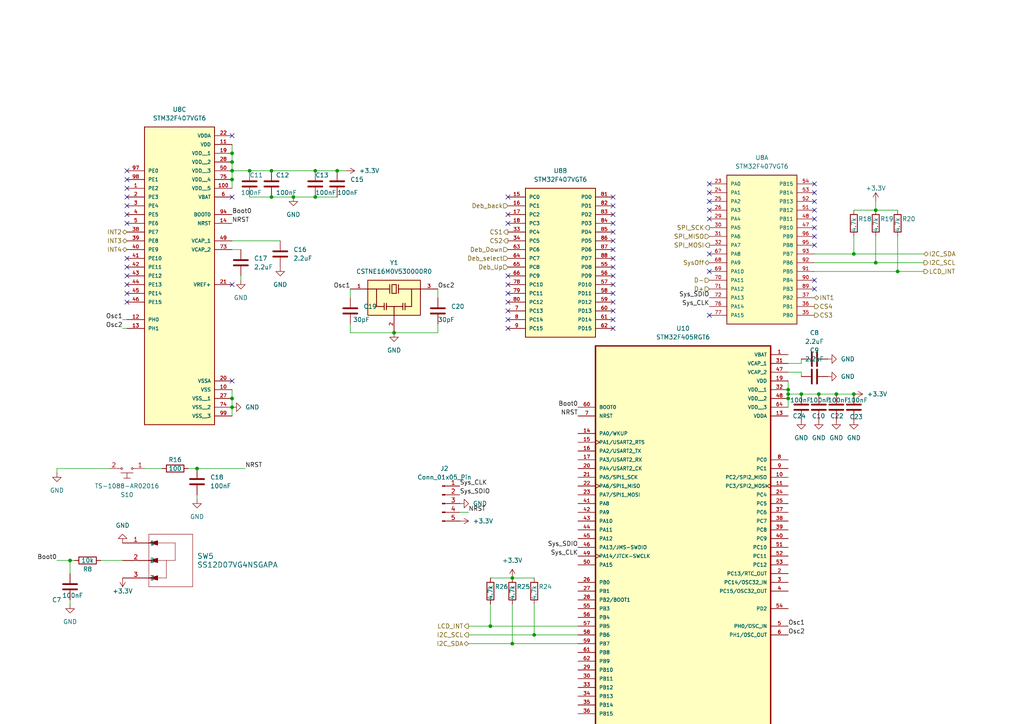
<source format=kicad_sch>
(kicad_sch (version 20231120) (generator "eeschema") (generator_version "8.0")
  (paper "A4")
  (lib_symbols
    (symbol "+3.3V_1" (power) (pin_numbers hide) (pin_names (offset 0) hide)
      (property "Value" "+3.3V" (at 0 3.556 0))
      (symbol "+3.3V_1_0_1"
        (polyline (pts (xy -0.762 1.27) (xy 0 2.54)))
        (polyline (pts (xy 0 0) (xy 0 2.54)))
        (polyline (pts (xy 0 2.54) (xy 0.762 1.27)))
      )
      (symbol "+3.3V_1_1_1"
        (pin power_in line (at 0 0 90) (length 0) (name "~") (number "1"))
      )
    )
    (symbol "+3.3V_2" (power) (pin_numbers hide) (pin_names (offset 0) hide)
      (property "Value" "+3.3V" (at 0 3.556 0))
      (symbol "+3.3V_2_0_1"
        (polyline (pts (xy -0.762 1.27) (xy 0 2.54)))
        (polyline (pts (xy 0 0) (xy 0 2.54)))
        (polyline (pts (xy 0 2.54) (xy 0.762 1.27)))
      )
      (symbol "+3.3V_2_1_1"
        (pin power_in line (at 0 0 90) (length 0) (name "~") (number "1"))
      )
    )
    (symbol "+3.3V_3" (power) (pin_numbers hide) (pin_names (offset 0) hide)
      (property "Value" "+3.3V" (at 0 3.556 0))
      (symbol "+3.3V_3_0_1"
        (polyline (pts (xy -0.762 1.27) (xy 0 2.54)))
        (polyline (pts (xy 0 0) (xy 0 2.54)))
        (polyline (pts (xy 0 2.54) (xy 0.762 1.27)))
      )
      (symbol "+3.3V_3_1_1"
        (pin power_in line (at 0 0 90) (length 0) (name "~") (number "1"))
      )
    )
    (symbol "2024-05-28_19-32-11:SS12D07VG4NSGAPA" (pin_names (offset 0.254))
      (property "Reference" "SW" (at 15.24 7.62 0))
      (property "Value" "SS12D07VG4NSGAPA" (at 20.32 5.08 0))
      (symbol "SS12D07VG4NSGAPA_0_1"
        (polyline (pts (xy 7.62 -12.7) (xy 20.32 -12.7)) (stroke (width 0.127)))
        (polyline (pts (xy 7.62 -10.16) (xy 10.16 -9.525)) (stroke (width 0.127)))
        (polyline (pts (xy 7.62 -5.08) (xy 10.16 -4.445)) (stroke (width 0.127)))
        (polyline (pts (xy 7.62 -5.08) (xy 15.24 -5.08)) (stroke (width 0.127)))
        (polyline (pts (xy 7.62 0) (xy 10.16 0.635)) (stroke (width 0.127)))
        (polyline (pts (xy 7.62 0) (xy 15.24 0)) (stroke (width 0.127)))
        (polyline (pts (xy 7.62 2.54) (xy 7.62 -12.7)) (stroke (width 0.127)))
        (polyline (pts (xy 10.16 -10.795) (xy 7.62 -10.16)) (stroke (width 0.127)))
        (polyline (pts (xy 10.16 -9.525) (xy 10.16 -10.795)) (stroke (width 0.127)))
        (polyline (pts (xy 10.16 -5.715) (xy 7.62 -5.08)) (stroke (width 0.127)))
        (polyline (pts (xy 10.16 -4.445) (xy 10.16 -5.715)) (stroke (width 0.127)))
        (polyline (pts (xy 10.16 -0.635) (xy 7.62 0)) (stroke (width 0.127)))
        (polyline (pts (xy 10.16 0.635) (xy 10.16 -0.635)) (stroke (width 0.127)))
        (polyline (pts (xy 12.7 -10.16) (xy 7.62 -10.16)) (stroke (width 0.127)))
        (polyline (pts (xy 12.7 -5.08) (xy 12.7 -10.16)) (stroke (width 0.127)))
        (polyline (pts (xy 15.24 0) (xy 15.24 -5.08)) (stroke (width 0.127)))
        (polyline (pts (xy 20.32 -12.7) (xy 20.32 2.54)) (stroke (width 0.127)))
        (polyline (pts (xy 20.32 2.54) (xy 7.62 2.54)) (stroke (width 0.127)))
        (polyline (pts (xy 7.62 -10.16) (xy 10.16 -9.525) (xy 10.16 -10.795)) (fill (type outline)))
        (polyline (pts (xy 7.62 -5.08) (xy 10.16 -4.445) (xy 10.16 -5.715)) (fill (type outline)))
        (polyline (pts (xy 7.62 0) (xy 10.16 0.635) (xy 10.16 -0.635)) (fill (type outline)))
        (pin unspecified line (at 0 0 0) (length 7.62) (name "1") (number "1"))
        (pin unspecified line (at 0 -5.08 0) (length 7.62) (name "2") (number "2"))
        (pin unspecified line (at 0 -10.16 0) (length 7.62) (name "3") (number "3"))
      )
    )
    (symbol "CSTNE16M0V530000R0:CSTNE16M0V530000R0" (pin_names (offset 1.016))
      (property "Reference" "Y" (at -7.62 6.35 0))
      (property "Value" "CSTNE16M0V530000R0" (at 1.27 -6.35 0))
      (symbol "CSTNE16M0V530000R0_0_0"
        (rectangle (start -7.62 -5.08) (end 7.62 5.08) (stroke (width 0.254)) (fill (type background)))
        (polyline (pts (xy -7.62 2.54) (xy -5.08 2.54)) (stroke (width 0.254)))
        (polyline (pts (xy -5.08 -2.54) (xy -5.08 2.54)) (stroke (width 0.254)))
        (polyline (pts (xy -5.08 2.54) (xy -1.27 2.54)) (stroke (width 0.254)))
        (polyline (pts (xy -2.8575 -2.54) (xy -5.08 -2.54)) (stroke (width 0.254)))
        (polyline (pts (xy -2.8575 -2.54) (xy -2.8575 -3.4925)) (stroke (width 0.254)))
        (polyline (pts (xy -2.8575 -1.5875) (xy -2.8575 -2.54)) (stroke (width 0.254)))
        (polyline (pts (xy -2.2225 -2.54) (xy -2.2225 -3.4925)) (stroke (width 0.254)))
        (polyline (pts (xy -2.2225 -1.5875) (xy -2.2225 -2.54)) (stroke (width 0.254)))
        (polyline (pts (xy -1.27 2.54) (xy -1.27 1.27)) (stroke (width 0.254)))
        (polyline (pts (xy -1.27 3.81) (xy -1.27 2.54)) (stroke (width 0.254)))
        (polyline (pts (xy -0.635 1.27) (xy -0.635 3.81)) (stroke (width 0.254)))
        (polyline (pts (xy -0.635 3.81) (xy 0.635 3.81)) (stroke (width 0.254)))
        (polyline (pts (xy 0 -5.08) (xy 0 -2.54)) (stroke (width 0.254)))
        (polyline (pts (xy 0 -2.54) (xy -2.2225 -2.54)) (stroke (width 0.254)))
        (polyline (pts (xy 0 -2.54) (xy 2.54 -2.54)) (stroke (width 0.254)))
        (polyline (pts (xy 0.635 1.27) (xy -0.635 1.27)) (stroke (width 0.254)))
        (polyline (pts (xy 0.635 3.81) (xy 0.635 1.27)) (stroke (width 0.254)))
        (polyline (pts (xy 1.27 2.54) (xy 1.27 1.27)) (stroke (width 0.254)))
        (polyline (pts (xy 1.27 2.54) (xy 5.08 2.54)) (stroke (width 0.254)))
        (polyline (pts (xy 1.27 3.81) (xy 1.27 2.54)) (stroke (width 0.254)))
        (polyline (pts (xy 2.54 -2.54) (xy 2.54 -3.4925)) (stroke (width 0.254)))
        (polyline (pts (xy 2.54 -1.5875) (xy 2.54 -2.54)) (stroke (width 0.254)))
        (polyline (pts (xy 3.175 -2.54) (xy 3.175 -3.4925)) (stroke (width 0.254)))
        (polyline (pts (xy 3.175 -2.54) (xy 5.08 -2.54)) (stroke (width 0.254)))
        (polyline (pts (xy 3.175 -1.5875) (xy 3.175 -2.54)) (stroke (width 0.254)))
        (polyline (pts (xy 5.08 -2.54) (xy 5.08 2.54)) (stroke (width 0.254)))
        (polyline (pts (xy 5.08 2.54) (xy 7.62 2.54)) (stroke (width 0.254)))
        (pin input line (at -12.7 2.54 0) (length 5.08) (name "~") (number "1"))
        (pin power_in line (at 0 -10.16 90) (length 5.08) (name "~") (number "2"))
        (pin output line (at 12.7 2.54 180) (length 5.08) (name "~") (number "3"))
      )
    )
    (symbol "Connector:Conn_01x05_Pin" (pin_names (offset 1.016) hide)
      (property "Reference" "J" (at 0 7.62 0))
      (property "Value" "Conn_01x05_Pin" (at 0 -7.62 0))
      (symbol "Conn_01x05_Pin_1_1"
        (polyline (pts (xy 1.27 -5.08) (xy 0.8636 -5.08)) (stroke (width 0.1524)))
        (polyline (pts (xy 1.27 -2.54) (xy 0.8636 -2.54)) (stroke (width 0.1524)))
        (polyline (pts (xy 1.27 0) (xy 0.8636 0)) (stroke (width 0.1524)))
        (polyline (pts (xy 1.27 2.54) (xy 0.8636 2.54)) (stroke (width 0.1524)))
        (polyline (pts (xy 1.27 5.08) (xy 0.8636 5.08)) (stroke (width 0.1524)))
        (rectangle (start 0.8636 -4.953) (end 0 -5.207) (stroke (width 0.1524)) (fill (type outline)))
        (rectangle (start 0.8636 -2.413) (end 0 -2.667) (stroke (width 0.1524)) (fill (type outline)))
        (rectangle (start 0.8636 0.127) (end 0 -0.127) (stroke (width 0.1524)) (fill (type outline)))
        (rectangle (start 0.8636 2.667) (end 0 2.413) (stroke (width 0.1524)) (fill (type outline)))
        (rectangle (start 0.8636 5.207) (end 0 4.953) (stroke (width 0.1524)) (fill (type outline)))
        (pin passive line (at 5.08 5.08 180) (length 3.81) (name "Pin_1") (number "1"))
        (pin passive line (at 5.08 2.54 180) (length 3.81) (name "Pin_2") (number "2"))
        (pin passive line (at 5.08 0 180) (length 3.81) (name "Pin_3") (number "3"))
        (pin passive line (at 5.08 -2.54 180) (length 3.81) (name "Pin_4") (number "4"))
        (pin passive line (at 5.08 -5.08 180) (length 3.81) (name "Pin_5") (number "5"))
      )
    )
    (symbol "Device:C" (pin_numbers hide) (pin_names (offset 0.254))
      (property "Reference" "C" (at 0.635 2.54 0))
      (property "Value" "C" (at 0.635 -2.54 0))
      (symbol "C_0_1"
        (polyline (pts (xy -2.032 -0.762) (xy 2.032 -0.762)) (stroke (width 0.508)))
        (polyline (pts (xy -2.032 0.762) (xy 2.032 0.762)) (stroke (width 0.508)))
      )
      (symbol "C_1_1"
        (pin passive line (at 0 3.81 270) (length 2.794) (name "~") (number "1"))
        (pin passive line (at 0 -3.81 90) (length 2.794) (name "~") (number "2"))
      )
    )
    (symbol "Device:R" (pin_numbers hide) (pin_names (offset 0))
      (property "Reference" "R" (at 2.032 0 90))
      (property "Value" "R" (at 0 0 90))
      (symbol "R_0_1"
        (rectangle (start -1.016 -2.54) (end 1.016 2.54) (stroke (width 0.254)))
      )
      (symbol "R_1_1"
        (pin passive line (at 0 3.81 270) (length 1.27) (name "~") (number "1"))
        (pin passive line (at 0 -3.81 90) (length 1.27) (name "~") (number "2"))
      )
    )
    (symbol "GND_1" (power) (pin_numbers hide) (pin_names (offset 0) hide)
      (property "Value" "GND" (at 0 -3.81 0))
      (symbol "GND_1_0_1"
        (polyline (pts (xy 0 0) (xy 0 -1.27) (xy 1.27 -1.27) (xy 0 -2.54) (xy -1.27 -1.27) (xy 0 -1.27)))
      )
      (symbol "GND_1_1_1"
        (pin power_in line (at 0 0 270) (length 0) (name "~") (number "1"))
      )
    )
    (symbol "GND_2" (power) (pin_numbers hide) (pin_names (offset 0) hide)
      (property "Value" "GND" (at 0 -3.81 0))
      (symbol "GND_2_0_1"
        (polyline (pts (xy 0 0) (xy 0 -1.27) (xy 1.27 -1.27) (xy 0 -2.54) (xy -1.27 -1.27) (xy 0 -1.27)))
      )
      (symbol "GND_2_1_1"
        (pin power_in line (at 0 0 270) (length 0) (name "~") (number "1"))
      )
    )
    (symbol "GND_3" (power) (pin_numbers hide) (pin_names (offset 0) hide)
      (property "Value" "GND" (at 0 -3.81 0))
      (symbol "GND_3_0_1"
        (polyline (pts (xy 0 0) (xy 0 -1.27) (xy 1.27 -1.27) (xy 0 -2.54) (xy -1.27 -1.27) (xy 0 -1.27)))
      )
      (symbol "GND_3_1_1"
        (pin power_in line (at 0 0 270) (length 0) (name "~") (number "1"))
      )
    )
    (symbol "GND_4" (power) (pin_numbers hide) (pin_names (offset 0) hide)
      (property "Value" "GND" (at 0 -3.81 0))
      (symbol "GND_4_0_1"
        (polyline (pts (xy 0 0) (xy 0 -1.27) (xy 1.27 -1.27) (xy 0 -2.54) (xy -1.27 -1.27) (xy 0 -1.27)))
      )
      (symbol "GND_4_1_1"
        (pin power_in line (at 0 0 270) (length 0) (name "~") (number "1"))
      )
    )
    (symbol "GND_5" (power) (pin_numbers hide) (pin_names (offset 0) hide)
      (property "Value" "GND" (at 0 -3.81 0))
      (symbol "GND_5_0_1"
        (polyline (pts (xy 0 0) (xy 0 -1.27) (xy 1.27 -1.27) (xy 0 -2.54) (xy -1.27 -1.27) (xy 0 -1.27)))
      )
      (symbol "GND_5_1_1"
        (pin power_in line (at 0 0 270) (length 0) (name "~") (number "1"))
      )
    )
    (symbol "STM32F405RGT6:STM32F405RGT6" (pin_names (offset 1.016))
      (property "Reference" "U" (at -25.6442 59.5578 0))
      (property "Value" "STM32F405RGT6" (at -25.6043 -72.7202 0))
      (symbol "STM32F405RGT6_0_0"
        (rectangle (start -25.4 -68.58) (end 25.4 58.42) (stroke (width 0.41)) (fill (type background)))
        (pin power_in line (at 30.48 55.88 180) (length 5.08) (name "VBAT") (number "1"))
        (pin bidirectional line (at 30.48 20.32 180) (length 5.08) (name "PC2/SPI2_MISO") (number "10"))
        (pin bidirectional clock (at 30.48 17.78 180) (length 5.08) (name "PC3/SPI2_MOSI") (number "11"))
        (pin power_in line (at 30.48 -66.04 180) (length 5.08) (name "VSSA") (number "12"))
        (pin power_in line (at 30.48 38.1 180) (length 5.08) (name "VDDA") (number "13"))
        (pin bidirectional line (at -30.48 33.02 0) (length 5.08) (name "PA0/WKUP") (number "14"))
        (pin bidirectional clock (at -30.48 30.48 0) (length 5.08) (name "PA1/USART2_RTS") (number "15"))
        (pin bidirectional line (at -30.48 27.94 0) (length 5.08) (name "PA2/USART2_TX") (number "16"))
        (pin bidirectional line (at -30.48 25.4 0) (length 5.08) (name "PA3/USART2_RX") (number "17"))
        (pin power_in line (at 30.48 -60.96 180) (length 5.08) (name "VSS") (number "18"))
        (pin power_in line (at 30.48 48.26 180) (length 5.08) (name "VDD") (number "19"))
        (pin bidirectional line (at 30.48 -7.62 180) (length 5.08) (name "PC13/RTC_OUT") (number "2"))
        (pin bidirectional line (at -30.48 22.86 0) (length 5.08) (name "PA4/USART2_CK") (number "20"))
        (pin bidirectional line (at -30.48 20.32 0) (length 5.08) (name "PA5/SPI1_SCK") (number "21"))
        (pin bidirectional clock (at -30.48 17.78 0) (length 5.08) (name "PA6/SPI1_MISO") (number "22"))
        (pin bidirectional line (at -30.48 15.24 0) (length 5.08) (name "PA7/SPI1_MOSI") (number "23"))
        (pin bidirectional line (at 30.48 15.24 180) (length 5.08) (name "PC4") (number "24"))
        (pin bidirectional line (at 30.48 12.7 180) (length 5.08) (name "PC5") (number "25"))
        (pin bidirectional line (at -30.48 -10.16 0) (length 5.08) (name "PB0") (number "26"))
        (pin bidirectional line (at -30.48 -12.7 0) (length 5.08) (name "PB1") (number "27"))
        (pin bidirectional line (at -30.48 -15.24 0) (length 5.08) (name "PB2/BOOT1") (number "28"))
        (pin bidirectional line (at -30.48 -35.56 0) (length 5.08) (name "PB10") (number "29"))
        (pin bidirectional line (at 30.48 -10.16 180) (length 5.08) (name "PC14/OSC32_IN") (number "3"))
        (pin bidirectional line (at -30.48 -38.1 0) (length 5.08) (name "PB11") (number "30"))
        (pin power_in line (at 30.48 53.34 180) (length 5.08) (name "VCAP_1") (number "31"))
        (pin power_in line (at 30.48 45.72 180) (length 5.08) (name "VDD__1") (number "32"))
        (pin bidirectional line (at -30.48 -40.64 0) (length 5.08) (name "PB12") (number "33"))
        (pin bidirectional line (at -30.48 -43.18 0) (length 5.08) (name "PB13") (number "34"))
        (pin bidirectional line (at -30.48 -45.72 0) (length 5.08) (name "PB14") (number "35"))
        (pin bidirectional line (at -30.48 -48.26 0) (length 5.08) (name "PB15") (number "36"))
        (pin bidirectional line (at 30.48 10.16 180) (length 5.08) (name "PC6") (number "37"))
        (pin bidirectional line (at 30.48 7.62 180) (length 5.08) (name "PC7") (number "38"))
        (pin bidirectional line (at 30.48 5.08 180) (length 5.08) (name "PC8") (number "39"))
        (pin bidirectional line (at 30.48 -12.7 180) (length 5.08) (name "PC15/OSC32_OUT") (number "4"))
        (pin bidirectional line (at 30.48 2.54 180) (length 5.08) (name "PC9") (number "40"))
        (pin bidirectional line (at -30.48 12.7 0) (length 5.08) (name "PA8") (number "41"))
        (pin bidirectional line (at -30.48 10.16 0) (length 5.08) (name "PA9") (number "42"))
        (pin bidirectional line (at -30.48 7.62 0) (length 5.08) (name "PA10") (number "43"))
        (pin bidirectional line (at -30.48 5.08 0) (length 5.08) (name "PA11") (number "44"))
        (pin bidirectional line (at -30.48 2.54 0) (length 5.08) (name "PA12") (number "45"))
        (pin bidirectional line (at -30.48 0 0) (length 5.08) (name "PA13/JMS-SWDIO") (number "46"))
        (pin power_in line (at 30.48 50.8 180) (length 5.08) (name "VCAP_2") (number "47"))
        (pin power_in line (at 30.48 43.18 180) (length 5.08) (name "VDD__2") (number "48"))
        (pin bidirectional clock (at -30.48 -2.54 0) (length 5.08) (name "PA14/JTCK-SWCLK") (number "49"))
        (pin bidirectional line (at 30.48 -22.86 180) (length 5.08) (name "PH0/OSC_IN") (number "5"))
        (pin bidirectional line (at -30.48 -5.08 0) (length 5.08) (name "PA15") (number "50"))
        (pin bidirectional line (at 30.48 0 180) (length 5.08) (name "PC10") (number "51"))
        (pin bidirectional line (at 30.48 -2.54 180) (length 5.08) (name "PC11") (number "52"))
        (pin bidirectional line (at 30.48 -5.08 180) (length 5.08) (name "PC12") (number "53"))
        (pin bidirectional line (at 30.48 -17.78 180) (length 5.08) (name "PD2") (number "54"))
        (pin bidirectional line (at -30.48 -17.78 0) (length 5.08) (name "PB3") (number "55"))
        (pin bidirectional line (at -30.48 -20.32 0) (length 5.08) (name "PB4") (number "56"))
        (pin bidirectional line (at -30.48 -22.86 0) (length 5.08) (name "PB5") (number "57"))
        (pin bidirectional line (at -30.48 -25.4 0) (length 5.08) (name "PB6") (number "58"))
        (pin bidirectional line (at -30.48 -27.94 0) (length 5.08) (name "PB7") (number "59"))
        (pin bidirectional line (at 30.48 -25.4 180) (length 5.08) (name "PH1/OSC_OUT") (number "6"))
        (pin bidirectional line (at -30.48 40.64 0) (length 5.08) (name "BOOT0") (number "60"))
        (pin bidirectional line (at -30.48 -30.48 0) (length 5.08) (name "PB8") (number "61"))
        (pin bidirectional line (at -30.48 -33.02 0) (length 5.08) (name "PB9") (number "62"))
        (pin power_in line (at 30.48 -63.5 180) (length 5.08) (name "VSS__1") (number "63"))
        (pin power_in line (at 30.48 40.64 180) (length 5.08) (name "VDD__3") (number "64"))
        (pin bidirectional line (at -30.48 38.1 0) (length 5.08) (name "NRST") (number "7"))
        (pin bidirectional line (at 30.48 25.4 180) (length 5.08) (name "PC0") (number "8"))
        (pin bidirectional line (at 30.48 22.86 180) (length 5.08) (name "PC1") (number "9"))
      )
    )
    (symbol "STM32F407VGT6:STM32F407VGT6" (pin_names (offset 1.016))
      (property "Reference" "U" (at -10.1624 22.888 0))
      (property "Value" "STM32F407VGT6" (at -10.172 -22.953 0))
      (symbol "STM32F407VGT6_1_0"
        (rectangle (start -10.16 -20.32) (end 10.16 22.86) (stroke (width 0.254)) (fill (type background)))
        (pin bidirectional line (at -15.24 20.32 0) (length 5.08) (name "PA0") (number "23"))
        (pin bidirectional line (at -15.24 17.78 0) (length 5.08) (name "PA1") (number "24"))
        (pin bidirectional line (at -15.24 15.24 0) (length 5.08) (name "PA2") (number "25"))
        (pin bidirectional line (at -15.24 12.7 0) (length 5.08) (name "PA3") (number "26"))
        (pin bidirectional line (at -15.24 10.16 0) (length 5.08) (name "PA4") (number "29"))
        (pin bidirectional line (at -15.24 7.62 0) (length 5.08) (name "PA5") (number "30"))
        (pin bidirectional line (at -15.24 5.08 0) (length 5.08) (name "PA6") (number "31"))
        (pin bidirectional line (at -15.24 2.54 0) (length 5.08) (name "PA7") (number "32"))
        (pin bidirectional line (at 15.24 -17.78 180) (length 5.08) (name "PB0") (number "35"))
        (pin bidirectional line (at 15.24 -15.24 180) (length 5.08) (name "PB1") (number "36"))
        (pin bidirectional line (at 15.24 -12.7 180) (length 5.08) (name "PB2") (number "37"))
        (pin bidirectional line (at 15.24 7.62 180) (length 5.08) (name "PB10") (number "47"))
        (pin bidirectional line (at 15.24 10.16 180) (length 5.08) (name "PB11") (number "48"))
        (pin bidirectional line (at 15.24 12.7 180) (length 5.08) (name "PB12") (number "51"))
        (pin bidirectional line (at 15.24 15.24 180) (length 5.08) (name "PB13") (number "52"))
        (pin bidirectional line (at 15.24 17.78 180) (length 5.08) (name "PB14") (number "53"))
        (pin bidirectional line (at 15.24 20.32 180) (length 5.08) (name "PB15") (number "54"))
        (pin bidirectional line (at -15.24 0 0) (length 5.08) (name "PA8") (number "67"))
        (pin bidirectional line (at -15.24 -2.54 0) (length 5.08) (name "PA9") (number "68"))
        (pin bidirectional line (at -15.24 -5.08 0) (length 5.08) (name "PA10") (number "69"))
        (pin bidirectional line (at -15.24 -7.62 0) (length 5.08) (name "PA11") (number "70"))
        (pin bidirectional line (at -15.24 -10.16 0) (length 5.08) (name "PA12") (number "71"))
        (pin bidirectional line (at -15.24 -12.7 0) (length 5.08) (name "PA13") (number "72"))
        (pin bidirectional line (at -15.24 -15.24 0) (length 5.08) (name "PA14") (number "76"))
        (pin bidirectional line (at -15.24 -17.78 0) (length 5.08) (name "PA15") (number "77"))
        (pin bidirectional line (at 15.24 -10.16 180) (length 5.08) (name "PB3") (number "89"))
        (pin bidirectional line (at 15.24 -7.62 180) (length 5.08) (name "PB4") (number "90"))
        (pin bidirectional line (at 15.24 -5.08 180) (length 5.08) (name "PB5") (number "91"))
        (pin bidirectional line (at 15.24 -2.54 180) (length 5.08) (name "PB6") (number "92"))
        (pin bidirectional line (at 15.24 0 180) (length 5.08) (name "PB7") (number "93"))
        (pin bidirectional line (at 15.24 2.54 180) (length 5.08) (name "PB8") (number "95"))
        (pin bidirectional line (at 15.24 5.08 180) (length 5.08) (name "PB9") (number "96"))
      )
      (symbol "STM32F407VGT6_2_0"
        (rectangle (start -10.16 -20.32) (end 10.16 22.86) (stroke (width 0.254)) (fill (type background)))
        (pin bidirectional line (at -15.24 20.32 0) (length 5.08) (name "PC0") (number "15"))
        (pin bidirectional line (at -15.24 17.78 0) (length 5.08) (name "PC1") (number "16"))
        (pin bidirectional line (at -15.24 15.24 0) (length 5.08) (name "PC2") (number "17"))
        (pin bidirectional line (at -15.24 12.7 0) (length 5.08) (name "PC3") (number "18"))
        (pin bidirectional line (at -15.24 10.16 0) (length 5.08) (name "PC4") (number "33"))
        (pin bidirectional line (at -15.24 7.62 0) (length 5.08) (name "PC5") (number "34"))
        (pin bidirectional line (at 15.24 0 180) (length 5.08) (name "PD8") (number "55"))
        (pin bidirectional line (at 15.24 -2.54 180) (length 5.08) (name "PD9") (number "56"))
        (pin bidirectional line (at 15.24 -5.08 180) (length 5.08) (name "PD10") (number "57"))
        (pin bidirectional line (at 15.24 -7.62 180) (length 5.08) (name "PD11") (number "58"))
        (pin bidirectional line (at 15.24 -10.16 180) (length 5.08) (name "PD12") (number "59"))
        (pin bidirectional line (at 15.24 -12.7 180) (length 5.08) (name "PD13") (number "60"))
        (pin bidirectional line (at 15.24 -15.24 180) (length 5.08) (name "PD14") (number "61"))
        (pin bidirectional line (at 15.24 -17.78 180) (length 5.08) (name "PD15") (number "62"))
        (pin bidirectional line (at -15.24 5.08 0) (length 5.08) (name "PC6") (number "63"))
        (pin bidirectional line (at -15.24 2.54 0) (length 5.08) (name "PC7") (number "64"))
        (pin bidirectional line (at -15.24 0 0) (length 5.08) (name "PC8") (number "65"))
        (pin bidirectional line (at -15.24 -2.54 0) (length 5.08) (name "PC9") (number "66"))
        (pin bidirectional line (at -15.24 -12.7 0) (length 5.08) (name "PC13") (number "7"))
        (pin bidirectional line (at -15.24 -5.08 0) (length 5.08) (name "PC10") (number "78"))
        (pin bidirectional line (at -15.24 -7.62 0) (length 5.08) (name "PC11") (number "79"))
        (pin bidirectional line (at -15.24 -15.24 0) (length 5.08) (name "PC14") (number "8"))
        (pin bidirectional line (at -15.24 -10.16 0) (length 5.08) (name "PC12") (number "80"))
        (pin bidirectional line (at 15.24 20.32 180) (length 5.08) (name "PD0") (number "81"))
        (pin bidirectional line (at 15.24 17.78 180) (length 5.08) (name "PD1") (number "82"))
        (pin bidirectional line (at 15.24 15.24 180) (length 5.08) (name "PD2") (number "83"))
        (pin bidirectional line (at 15.24 12.7 180) (length 5.08) (name "PD3") (number "84"))
        (pin bidirectional line (at 15.24 10.16 180) (length 5.08) (name "PD4") (number "85"))
        (pin bidirectional line (at 15.24 7.62 180) (length 5.08) (name "PD5") (number "86"))
        (pin bidirectional line (at 15.24 5.08 180) (length 5.08) (name "PD6") (number "87"))
        (pin bidirectional line (at 15.24 2.54 180) (length 5.08) (name "PD7") (number "88"))
        (pin bidirectional line (at -15.24 -17.78 0) (length 5.08) (name "PC15") (number "9"))
      )
      (symbol "STM32F407VGT6_3_0"
        (rectangle (start -10.16 -53.34) (end 10.16 33.02) (stroke (width 0.254)) (fill (type background)))
        (pin bidirectional line (at -15.24 15.24 0) (length 5.08) (name "PE2") (number "1"))
        (pin power_in line (at 15.24 -43.18 180) (length 5.08) (name "VSS") (number "10"))
        (pin power_in line (at 15.24 15.24 180) (length 5.08) (name "VDD__5") (number "100"))
        (pin power_in line (at 15.24 27.94 180) (length 5.08) (name "VDD") (number "11"))
        (pin bidirectional line (at -15.24 -22.86 0) (length 5.08) (name "PH0") (number "12"))
        (pin bidirectional line (at -15.24 -25.4 0) (length 5.08) (name "PH1") (number "13"))
        (pin bidirectional line (at 15.24 5.08 180) (length 5.08) (name "NRST") (number "14"))
        (pin power_in line (at 15.24 25.4 180) (length 5.08) (name "VDD__1") (number "19"))
        (pin bidirectional line (at -15.24 12.7 0) (length 5.08) (name "PE3") (number "2"))
        (pin power_in line (at 15.24 -40.64 180) (length 5.08) (name "VSSA") (number "20"))
        (pin power_in line (at 15.24 -12.7 180) (length 5.08) (name "VREF+") (number "21"))
        (pin power_in line (at 15.24 30.48 180) (length 5.08) (name "VDDA") (number "22"))
        (pin power_in line (at 15.24 -45.72 180) (length 5.08) (name "VSS__1") (number "27"))
        (pin power_in line (at 15.24 22.86 180) (length 5.08) (name "VDD__2") (number "28"))
        (pin bidirectional line (at -15.24 10.16 0) (length 5.08) (name "PE4") (number "3"))
        (pin bidirectional line (at -15.24 2.54 0) (length 5.08) (name "PE7") (number "38"))
        (pin bidirectional line (at -15.24 0 0) (length 5.08) (name "PE8") (number "39"))
        (pin bidirectional line (at -15.24 7.62 0) (length 5.08) (name "PE5") (number "4"))
        (pin bidirectional line (at -15.24 -2.54 0) (length 5.08) (name "PE9") (number "40"))
        (pin bidirectional line (at -15.24 -5.08 0) (length 5.08) (name "PE10") (number "41"))
        (pin bidirectional line (at -15.24 -7.62 0) (length 5.08) (name "PE11") (number "42"))
        (pin bidirectional line (at -15.24 -10.16 0) (length 5.08) (name "PE12") (number "43"))
        (pin bidirectional line (at -15.24 -12.7 0) (length 5.08) (name "PE13") (number "44"))
        (pin bidirectional line (at -15.24 -15.24 0) (length 5.08) (name "PE14") (number "45"))
        (pin bidirectional line (at -15.24 -17.78 0) (length 5.08) (name "PE15") (number "46"))
        (pin passive line (at 15.24 0 180) (length 5.08) (name "VCAP_1") (number "49"))
        (pin bidirectional line (at -15.24 5.08 0) (length 5.08) (name "PE6") (number "5"))
        (pin power_in line (at 15.24 20.32 180) (length 5.08) (name "VDD__3") (number "50"))
        (pin power_in line (at 15.24 12.7 180) (length 5.08) (name "VBAT") (number "6"))
        (pin passive line (at 15.24 -2.54 180) (length 5.08) (name "VCAP_2") (number "73"))
        (pin power_in line (at 15.24 -48.26 180) (length 5.08) (name "VSS__2") (number "74"))
        (pin power_in line (at 15.24 17.78 180) (length 5.08) (name "VDD__4") (number "75"))
        (pin input line (at 15.24 7.62 180) (length 5.08) (name "BOOT0") (number "94"))
        (pin bidirectional line (at -15.24 20.32 0) (length 5.08) (name "PE0") (number "97"))
        (pin bidirectional line (at -15.24 17.78 0) (length 5.08) (name "PE1") (number "98"))
        (pin power_in line (at 15.24 -50.8 180) (length 5.08) (name "VSS__3") (number "99"))
      )
    )
    (symbol "dk_Pushbutton-Switches:GPTS203211B" (pin_names (offset 1.016))
      (property "Reference" "S" (at -3.81 3.81 0))
      (property "Value" "GPTS203211B" (at 0 -2.54 0))
      (symbol "GPTS203211B_0_1"
        (circle (center -1.524 0) (radius 0.254))
        (polyline (pts (xy -2.54 0) (xy -1.778 0)))
        (polyline (pts (xy -1.778 1.27) (xy 1.778 1.27)))
        (polyline (pts (xy -1.016 2.794) (xy 1.016 2.794)))
        (polyline (pts (xy 0 1.27) (xy 0 2.794)))
        (polyline (pts (xy 2.54 0) (xy 1.778 0)))
        (circle (center 1.524 0) (radius 0.254))
      )
      (symbol "GPTS203211B_1_1"
        (pin passive line (at -5.08 0 0) (length 2.54) (name "~") (number "1"))
        (pin passive line (at 5.08 0 180) (length 2.54) (name "~") (number "2"))
      )
    )
    (symbol "power:+3.3V" (power) (pin_names (offset 0))
      (property "Value" "+3.3V" (at 0 3.556 0))
      (symbol "+3.3V_0_1"
        (polyline (pts (xy -0.762 1.27) (xy 0 2.54)))
        (polyline (pts (xy 0 0) (xy 0 2.54)))
        (polyline (pts (xy 0 2.54) (xy 0.762 1.27)))
      )
      (symbol "+3.3V_1_1"
        (pin power_in line (at 0 0 90) (length 0) hide (name "+3.3V") (number "1"))
      )
    )
    (symbol "power:GND" (power) (pin_names (offset 0))
      (property "Value" "GND" (at 0 -3.81 0))
      (symbol "GND_0_1"
        (polyline (pts (xy 0 0) (xy 0 -1.27) (xy 1.27 -1.27) (xy 0 -2.54) (xy -1.27 -1.27) (xy 0 -1.27)))
      )
      (symbol "GND_1_1"
        (pin power_in line (at 0 0 270) (length 0) hide (name "GND") (number "1"))
      )
    )
  )
  (junction (at 228.6 113.03))
  (junction (at 247.65 114.3))
  (junction (at 67.31 46.99))
  (junction (at 237.49 114.3))
  (junction (at 57.15 135.89))
  (junction (at 67.31 44.45))
  (junction (at 242.57 114.3))
  (junction (at 20.32 162.56))
  (junction (at 78.74 49.53))
  (junction (at 67.31 49.53))
  (junction (at 97.79 49.53))
  (junction (at 154.94 184.15))
  (junction (at 91.44 49.53))
  (junction (at 67.31 52.07))
  (junction (at 148.59 186.69))
  (junction (at 254 76.2))
  (junction (at 85.09 57.15))
  (junction (at 67.31 118.11))
  (junction (at 91.44 57.15))
  (junction (at 228.6 220.98))
  (junction (at 260.35 78.74))
  (junction (at 78.74 57.15))
  (junction (at 254 60.96))
  (junction (at 228.6 115.57))
  (junction (at 148.59 167.64))
  (junction (at 72.39 49.53))
  (junction (at 114.3 96.52))
  (junction (at 67.31 115.57))
  (junction (at 232.41 114.3))
  (junction (at 247.65 73.66))
  (junction (at 228.6 114.3))
  (junction (at 142.24 181.61))
  (no_connect (at 205.74 91.44))
  (no_connect (at 36.83 64.77))
  (no_connect (at 177.8 67.31))
  (no_connect (at 147.32 90.17))
  (no_connect (at 177.8 82.55))
  (no_connect (at 36.83 52.07))
  (no_connect (at 67.31 82.55))
  (no_connect (at 177.8 85.09))
  (no_connect (at 236.22 55.88))
  (no_connect (at 205.74 78.74))
  (no_connect (at 228.6 224.79))
  (no_connect (at 236.22 81.28))
  (no_connect (at 177.8 80.01))
  (no_connect (at 177.8 95.25))
  (no_connect (at 177.8 69.85))
  (no_connect (at 205.74 58.42))
  (no_connect (at 205.74 60.96))
  (no_connect (at 36.83 80.01))
  (no_connect (at 36.83 49.53))
  (no_connect (at 236.22 66.04))
  (no_connect (at 147.32 92.71))
  (no_connect (at 177.8 77.47))
  (no_connect (at 205.74 53.34))
  (no_connect (at 205.74 55.88))
  (no_connect (at 36.83 57.15))
  (no_connect (at 147.32 95.25))
  (no_connect (at 177.8 64.77))
  (no_connect (at 36.83 85.09))
  (no_connect (at 205.74 73.66))
  (no_connect (at 36.83 54.61))
  (no_connect (at 67.31 57.15))
  (no_connect (at 36.83 77.47))
  (no_connect (at 36.83 87.63))
  (no_connect (at 147.32 87.63))
  (no_connect (at 67.31 110.49))
  (no_connect (at 177.8 59.69))
  (no_connect (at 36.83 62.23))
  (no_connect (at 67.31 39.37))
  (no_connect (at 147.32 57.15))
  (no_connect (at 177.8 74.93))
  (no_connect (at 236.22 53.34))
  (no_connect (at 236.22 83.82))
  (no_connect (at 177.8 72.39))
  (no_connect (at 147.32 80.01))
  (no_connect (at 205.74 63.5))
  (no_connect (at 147.32 82.55))
  (no_connect (at 236.22 58.42))
  (no_connect (at 236.22 68.58))
  (no_connect (at 236.22 71.12))
  (no_connect (at 177.8 62.23))
  (no_connect (at 147.32 62.23))
  (no_connect (at 36.83 82.55))
  (no_connect (at 236.22 63.5))
  (no_connect (at 147.32 64.77))
  (no_connect (at 177.8 57.15))
  (no_connect (at 36.83 59.69))
  (no_connect (at 147.32 85.09))
  (no_connect (at 177.8 92.71))
  (no_connect (at 177.8 87.63))
  (no_connect (at 177.8 90.17))
  (no_connect (at 36.83 74.93))
  (no_connect (at 236.22 60.96))
  (wire (pts (xy 228.6 115.57) (xy 228.6 118.11)))
  (wire (pts (xy 247.65 73.66) (xy 236.22 73.66)))
  (wire (pts (xy 20.32 162.56) (xy 21.59 162.56)))
  (wire (pts (xy 247.65 68.58) (xy 247.65 73.66)))
  (wire (pts (xy 232.41 114.3) (xy 237.49 114.3)))
  (wire (pts (xy 35.56 95.25) (xy 36.83 95.25)))
  (wire (pts (xy 148.59 186.69) (xy 148.59 175.26)))
  (wire (pts (xy 35.56 92.71) (xy 36.83 92.71)))
  (wire (pts (xy 67.31 46.99) (xy 67.31 49.53)))
  (wire (pts (xy 101.6 83.82) (xy 101.6 86.36)))
  (wire (pts (xy 254 68.58) (xy 254 76.2)))
  (wire (pts (xy 228.6 220.98) (xy 228.6 222.25)))
  (wire (pts (xy 267.97 73.66) (xy 247.65 73.66)))
  (wire (pts (xy 20.32 175.26) (xy 20.32 173.99)))
  (wire (pts (xy 20.32 162.56) (xy 20.32 166.37)))
  (wire (pts (xy 228.6 114.3) (xy 232.41 114.3)))
  (wire (pts (xy 91.44 49.53) (xy 97.79 49.53)))
  (wire (pts (xy 31.75 135.89) (xy 16.51 135.89)))
  (wire (pts (xy 91.44 57.15) (xy 97.79 57.15)))
  (wire (pts (xy 242.57 114.3) (xy 247.65 114.3)))
  (wire (pts (xy 228.6 113.03) (xy 228.6 114.3)))
  (wire (pts (xy 57.15 143.51) (xy 57.15 144.78)))
  (wire (pts (xy 97.79 49.53) (xy 100.33 49.53)))
  (wire (pts (xy 127 93.98) (xy 127 96.52)))
  (wire (pts (xy 78.74 49.53) (xy 91.44 49.53)))
  (wire (pts (xy 148.59 167.64) (xy 154.94 167.64)))
  (wire (pts (xy 232.41 105.41) (xy 232.41 104.14)))
  (wire (pts (xy 228.6 105.41) (xy 232.41 105.41)))
  (wire (pts (xy 67.31 44.45) (xy 67.31 46.99)))
  (wire (pts (xy 142.24 167.64) (xy 148.59 167.64)))
  (wire (pts (xy 135.89 186.69) (xy 148.59 186.69)))
  (wire (pts (xy 135.89 181.61) (xy 142.24 181.61)))
  (wire (pts (xy 16.51 162.56) (xy 20.32 162.56)))
  (wire (pts (xy 260.35 68.58) (xy 260.35 78.74)))
  (wire (pts (xy 101.6 93.98) (xy 101.6 96.52)))
  (wire (pts (xy 135.89 184.15) (xy 154.94 184.15)))
  (wire (pts (xy 142.24 175.26) (xy 142.24 181.61)))
  (wire (pts (xy 41.91 135.89) (xy 46.99 135.89)))
  (wire (pts (xy 127 83.82) (xy 127 86.36)))
  (wire (pts (xy 78.74 57.15) (xy 85.09 57.15)))
  (wire (pts (xy 67.31 41.91) (xy 67.31 44.45)))
  (wire (pts (xy 16.51 135.89) (xy 16.51 137.16)))
  (wire (pts (xy 154.94 175.26) (xy 154.94 184.15)))
  (wire (pts (xy 54.61 135.89) (xy 57.15 135.89)))
  (wire (pts (xy 254 60.96) (xy 260.35 60.96)))
  (wire (pts (xy 267.97 78.74) (xy 260.35 78.74)))
  (wire (pts (xy 254 76.2) (xy 236.22 76.2)))
  (wire (pts (xy 237.49 114.3) (xy 242.57 114.3)))
  (wire (pts (xy 167.64 186.69) (xy 148.59 186.69)))
  (wire (pts (xy 67.31 115.57) (xy 67.31 118.11)))
  (wire (pts (xy 69.85 80.01) (xy 69.85 81.28)))
  (wire (pts (xy 135.89 148.59) (xy 133.35 148.59)))
  (wire (pts (xy 72.39 57.15) (xy 78.74 57.15)))
  (wire (pts (xy 85.09 57.15) (xy 91.44 57.15)))
  (wire (pts (xy 228.6 107.95) (xy 232.41 107.95)))
  (wire (pts (xy 247.65 60.96) (xy 254 60.96)))
  (wire (pts (xy 29.21 162.56) (xy 35.56 162.56)))
  (wire (pts (xy 67.31 113.03) (xy 67.31 115.57)))
  (wire (pts (xy 67.31 52.07) (xy 67.31 54.61)))
  (wire (pts (xy 228.6 114.3) (xy 228.6 115.57)))
  (wire (pts (xy 142.24 181.61) (xy 167.64 181.61)))
  (wire (pts (xy 260.35 78.74) (xy 236.22 78.74)))
  (wire (pts (xy 254 58.42) (xy 254 60.96)))
  (wire (pts (xy 127 96.52) (xy 114.3 96.52)))
  (wire (pts (xy 67.31 118.11) (xy 67.31 120.65)))
  (wire (pts (xy 67.31 69.85) (xy 81.28 69.85)))
  (wire (pts (xy 67.31 49.53) (xy 72.39 49.53)))
  (wire (pts (xy 154.94 184.15) (xy 167.64 184.15)))
  (wire (pts (xy 232.41 107.95) (xy 232.41 109.22)))
  (wire (pts (xy 67.31 49.53) (xy 67.31 52.07)))
  (wire (pts (xy 228.6 219.71) (xy 228.6 220.98)))
  (wire (pts (xy 72.39 49.53) (xy 78.74 49.53)))
  (wire (pts (xy 228.6 110.49) (xy 228.6 113.03)))
  (wire (pts (xy 267.97 76.2) (xy 254 76.2)))
  (wire (pts (xy 57.15 135.89) (xy 71.12 135.89)))
  (wire (pts (xy 67.31 72.39) (xy 69.85 72.39)))
  (wire (pts (xy 101.6 96.52) (xy 114.3 96.52)))
  (label "Sys_CLK" (at 205.74 88.9 180))
  (label "Boot0" (at 16.51 162.56 180))
  (label "Osc1" (at 35.56 92.71 180))
  (label "Sys_SDIO" (at 167.64 158.75 180))
  (label "Boot0" (at 67.31 62.23 0))
  (label "Sys_CLK" (at 133.35 140.97 0))
  (label "Osc2" (at 228.6 184.15 0))
  (label "Osc1" (at 101.6 83.82 180))
  (label "Sys_SDIO" (at 133.35 143.51 0))
  (label "NRST" (at 167.64 120.65 180))
  (label "Osc2" (at 127 83.82 0))
  (label "Osc1" (at 228.6 181.61 0))
  (label "NRST" (at 135.89 148.59 0))
  (label "NRST" (at 71.12 135.89 0))
  (label "Osc2" (at 35.56 95.25 180))
  (label "NRST" (at 67.31 64.77 0))
  (label "Boot0" (at 167.64 118.11 180))
  (label "Sys_CLK" (at 167.64 161.29 180))
  (label "Sys_SDIO" (at 205.74 86.36 180))
  (hierarchical_label "SPI_MISO" (shape input) (at 205.74 68.58 180))
  (hierarchical_label "CS1" (shape output) (at 147.32 67.31 180))
  (hierarchical_label "Deb_Down" (shape input) (at 147.32 72.39 180))
  (hierarchical_label "D+" (shape input) (at 205.74 83.82 180))
  (hierarchical_label "INT3" (shape bidirectional) (at 36.83 69.85 180))
  (hierarchical_label "I2C_SDA" (shape bidirectional) (at 135.89 186.69 180))
  (hierarchical_label "Deb_Up" (shape input) (at 147.32 77.47 180))
  (hierarchical_label "D-" (shape input) (at 205.74 81.28 180))
  (hierarchical_label "SPI_MOSI" (shape output) (at 205.74 71.12 180))
  (hierarchical_label "CS4" (shape output) (at 236.22 88.9 0))
  (hierarchical_label "I2C_SCL" (shape output) (at 135.89 184.15 180))
  (hierarchical_label "Deb_back" (shape input) (at 147.32 59.69 180))
  (hierarchical_label "CS3" (shape output) (at 236.22 91.44 0))
  (hierarchical_label "LCD_INT" (shape output) (at 135.89 181.61 180))
  (hierarchical_label "CS2" (shape output) (at 147.32 69.85 180))
  (hierarchical_label "I2C_SDA" (shape bidirectional) (at 267.97 73.66 0))
  (hierarchical_label "LCD_INT" (shape output) (at 267.97 78.74 0))
  (hierarchical_label "SPI_SCK" (shape output) (at 205.74 66.04 180))
  (hierarchical_label "INT1" (shape bidirectional) (at 236.22 86.36 0))
  (hierarchical_label "Deb_select" (shape input) (at 147.32 74.93 180))
  (hierarchical_label "I2C_SCL" (shape output) (at 267.97 76.2 0))
  (hierarchical_label "INT2" (shape bidirectional) (at 36.83 67.31 180))
  (hierarchical_label "INT4" (shape bidirectional) (at 36.83 72.39 180))
  (hierarchical_label "SysOff" (shape bidirectional) (at 205.74 76.2 180))
  (symbol (lib_id "Device:C") (at 81.28 73.66 0) (unit 1)
    (property "Reference" "C16" (at 85.09 72.39 0) (effects (justify left)))
    (property "Value" "2.2uF" (at 85.09 74.93 0) (effects (justify left)))
    (property "Footprint" "Capacitor_SMD:C_0402_1005Metric" (effects (hide yes)))
  )
  (symbol (lib_name "GND_5") (lib_id "power:GND") (at 237.49 121.92 0) (unit 1)
    (property "Reference" "#PWR050" (effects (hide yes)))
    (property "Value" "GND" (at 237.49 127 0))
    (property "Description" "Power symbol creates a global label with name \"GND\" , ground" (effects (hide yes)))
  )
  (symbol (lib_name "+3.3V_1") (lib_id "power:+3.3V") (at 148.59 167.64 0) (unit 1)
    (property "Reference" "#PWR061" (effects (hide yes)))
    (property "Value" "+3.3V" (at 148.59 162.56 0))
    (property "Description" "Power symbol creates a global label with name \"+3.3V\"" (effects (hide yes)))
  )
  (symbol (lib_id "Device:C") (at 101.6 90.17 0) (unit 1)
    (property "Reference" "C19" (at 105.41 88.8999 0) (effects (justify left)))
    (property "Value" "30pF" (at 102.362 92.71 0) (effects (justify left)))
    (property "Footprint" "Capacitor_SMD:C_0402_1005Metric" (effects (hide yes)))
    (property "Description" "Unpolarized capacitor" (effects (hide yes)))
  )
  (symbol (lib_id "power:+3.3V") (at 35.56 167.64 180) (unit 1)
    (property "Reference" "#PWR09" (effects (hide yes)))
    (property "Value" "+3.3V" (at 35.56 171.45 0))
    (instances (project "Motor Programmer Rev. 2" (path "" (reference "#PWR09") (unit 1))) (project "ESP32_S2_SOLO_N4 Kicad Reference Design" (path "" (reference "#PWR03") (unit 1))) (project "esp32" (path "" (reference "#PWR05") (unit 1))))
  )
  (symbol (lib_id "Device:C") (at 247.65 118.11 0) (unit 1)
    (property "Reference" "C23" (at 246.38 120.904 0) (effects (justify left)))
    (property "Value" "100nF" (at 245.618 116.078 0) (effects (justify left)))
    (property "Description" "Unpolarized capacitor" (effects (hide yes)))
  )
  (symbol (lib_name "GND_1") (lib_id "power:GND") (at 133.35 146.05 90) (unit 1)
    (property "Reference" "#PWR060" (effects (hide yes)))
    (property "Value" "GND" (at 137.16 146.0499 90) (effects (justify right)))
    (property "Description" "Power symbol creates a global label with name \"GND\" , ground" (effects (hide yes)))
  )
  (symbol (lib_id "Device:R") (at 50.8 135.89 90) (unit 1)
    (property "Reference" "R16" (at 50.8 133.35 90))
    (property "Value" "100" (at 50.8 135.89 90))
    (property "Footprint" "Resistor_SMD:R_0402_1005Metric" (effects (hide yes)))
  )
  (symbol (lib_id "power:GND") (at 85.09 57.15 0) (unit 1)
    (property "Reference" "#PWR053" (effects (hide yes)))
    (property "Value" "GND" (at 85.09 62.23 0))
  )
  (symbol (lib_id "Device:R") (at 148.59 171.45 0) (unit 1)
    (property "Reference" "R25" (at 149.86 170.18 0) (effects (justify left)))
    (property "Value" "4.7k" (at 148.59 173.99 90) (effects (justify left)))
    (property "Footprint" "Resistor_SMD:R_0402_1005Metric" (effects (hide yes)))
  )
  (symbol (lib_name "GND_4") (lib_id "power:GND") (at 240.03 104.14 90) (unit 1)
    (property "Reference" "#PWR045" (effects (hide yes)))
    (property "Value" "GND" (at 243.84 104.1399 90) (effects (justify right)))
    (property "Description" "Power symbol creates a global label with name \"GND\" , ground" (effects (hide yes)))
  )
  (symbol (lib_id "STM32F405RGT6:STM32F405RGT6") (at 198.12 158.75 0) (unit 1)
    (property "Reference" "U10" (at 198.12 95.25 0))
    (property "Value" "STM32F405RGT6" (at 198.12 97.79 0))
    (property "Footprint" "STM32F405RGT6:QFP50P1200X1200X160-64N" (effects (hide yes)))
    (property "PARTREV" "LTR" (effects (hide yes)))
    (property "STANDARD" "IPC-7351B" (effects (hide yes)))
    (property "MANUFACTURER" "STMicroelectronics" (effects (hide yes)))
  )
  (symbol (lib_id "Device:C") (at 97.79 53.34 0) (unit 1)
    (property "Reference" "C15" (at 101.6 52.07 0) (effects (justify left)))
    (property "Value" "100nF" (at 97.79 55.88 0) (effects (justify left)))
    (property "Footprint" "Capacitor_SMD:C_0402_1005Metric" (effects (hide yes)))
  )
  (symbol (lib_id "Device:C") (at 72.39 53.34 0) (unit 1)
    (property "Reference" "C11" (at 72.39 50.8 0) (effects (justify left)))
    (property "Value" "100nF" (at 69.85 55.88 0) (effects (justify left)))
    (property "Footprint" "Capacitor_SMD:C_0402_1005Metric" (effects (hide yes)))
  )
  (symbol (lib_id "Device:C") (at 237.49 118.11 0) (unit 1)
    (property "Reference" "C10" (at 235.458 120.65 0) (effects (justify left)))
    (property "Value" "100nF" (at 234.696 116.078 0) (effects (justify left)))
    (property "Description" "Unpolarized capacitor" (effects (hide yes)))
  )
  (symbol (lib_id "Device:C") (at 127 90.17 0) (unit 1)
    (property "Reference" "C20" (at 130.81 88.8999 0) (effects (justify left)))
    (property "Value" "30pF" (at 127 92.71 0) (effects (justify left)))
    (property "Footprint" "Capacitor_SMD:C_0402_1005Metric" (effects (hide yes)))
    (property "Description" "Unpolarized capacitor" (effects (hide yes)))
  )
  (symbol (lib_id "Device:C") (at 236.22 109.22 90) (unit 1)
    (property "Reference" "C9" (at 236.22 101.6 90))
    (property "Value" "2.2uF" (at 236.22 104.14 90))
    (property "Footprint" "Capacitor_SMD:C_0402_1005Metric" (effects (hide yes)))
  )
  (symbol (lib_id "STM32F407VGT6:STM32F407VGT6") (at 220.98 73.66 0) (unit 1)
    (property "Reference" "U8" (at 220.98 45.72 0))
    (property "Value" "STM32F407VGT6" (at 220.98 48.26 0))
    (property "Footprint" "revparts2:QFP50P1600X1600X160-100N" (effects (hide yes)))
    (property "PARTREV" "8" (effects (hide yes)))
    (property "STANDARD" "IPC7351B" (effects (hide yes)))
    (property "MAXIMUM_PACKAGE_HEIGHT" "1.6mm" (effects (hide yes)))
    (property "MANUFACTURER" "ST Microelectronics" (effects (hide yes)))
  )
  (symbol (lib_name "GND_5") (lib_id "power:GND") (at 242.57 121.92 0) (unit 1)
    (property "Reference" "#PWR051" (effects (hide yes)))
    (property "Value" "GND" (at 242.57 127 0))
    (property "Description" "Power symbol creates a global label with name \"GND\" , ground" (effects (hide yes)))
  )
  (symbol (lib_id "dk_Pushbutton-Switches:GPTS203211B") (at 36.83 135.89 180) (unit 1)
    (property "Reference" "S10" (at 36.83 143.51 0))
    (property "Value" "TS-1088-AR02016" (at 36.83 140.97 0))
    (property "Footprint" "revparts2:TS-1088-AR02016" (effects (hide yes)))
    (property "Datasheet" "http://switches-connectors-custom.cwind.com/Asset/GPTS203211BR2.pdf" (effects (hide yes)))
    (property "Description" "SWITCH PUSHBUTTON SPST 1A 30V" (effects (hide yes)))
    (property "Digi-Key_PN" "CW181-ND" (effects (hide yes)))
    (property "MPN" "GPTS203211B" (effects (hide yes)))
    (property "Category" "Switches" (effects (hide yes)))
    (property "Family" "Pushbutton Switches" (effects (hide yes)))
    (property "DK_Datasheet_Link" "http://switches-connectors-custom.cwind.com/Asset/GPTS203211BR2.pdf" (effects (hide yes)))
    (property "DK_Detail_Page" "/product-detail/en/cw-industries/GPTS203211B/CW181-ND/3190590" (effects (hide yes)))
    (property "Manufacturer" "CW Industries" (effects (hide yes)))
    (property "Status" "Active" (effects (hide yes)))
  )
  (symbol (lib_id "Device:R") (at 260.35 64.77 0) (unit 1)
    (property "Reference" "R20" (at 261.62 63.5 0) (effects (justify left)))
    (property "Value" "4.7k" (at 260.35 67.31 90) (effects (justify left)))
    (property "Footprint" "Resistor_SMD:R_0402_1005Metric" (effects (hide yes)))
  )
  (symbol (lib_id "power:GND") (at 67.31 118.11 90) (unit 1)
    (property "Reference" "#PWR057" (effects (hide yes)))
    (property "Value" "GND" (at 71.12 118.11 90) (effects (justify right)))
  )
  (symbol (lib_id "power:GND") (at 20.32 175.26 0) (unit 1)
    (property "Reference" "#PWR042" (effects (hide yes)))
    (property "Value" "GND" (at 20.32 180.34 0))
  )
  (symbol (lib_id "power:+3.3V") (at 100.33 49.53 270) (unit 1)
    (property "Reference" "#PWR048" (effects (hide yes)))
    (property "Value" "+3.3V" (at 104.14 49.53 90) (effects (justify left)))
  )
  (symbol (lib_name "GND_3") (lib_id "power:GND") (at 228.6 220.98 90) (unit 1)
    (property "Reference" "#PWR044" (effects (hide yes)))
    (property "Value" "GND" (at 232.41 220.9799 90) (effects (justify right)))
    (property "Description" "Power symbol creates a global label with name \"GND\" , ground" (effects (hide yes)))
  )
  (symbol (lib_id "power:GND") (at 57.15 144.78 0) (unit 1)
    (property "Reference" "#PWR058" (effects (hide yes)))
    (property "Value" "GND" (at 57.15 149.86 0))
  )
  (symbol (lib_id "Device:R") (at 254 64.77 0) (unit 1)
    (property "Reference" "R19" (at 255.27 63.5 0) (effects (justify left)))
    (property "Value" "4.7k" (at 254 67.31 90) (effects (justify left)))
    (property "Footprint" "Resistor_SMD:R_0402_1005Metric" (effects (hide yes)))
  )
  (symbol (lib_name "+3.3V_3") (lib_id "power:+3.3V") (at 247.65 114.3 270) (unit 1)
    (property "Reference" "#PWR047" (effects (hide yes)))
    (property "Value" "+3.3V" (at 251.46 114.2999 90) (effects (justify left)))
    (property "Description" "Power symbol creates a global label with name \"+3.3V\"" (effects (hide yes)))
  )
  (symbol (lib_id "Device:C") (at 57.15 139.7 0) (unit 1)
    (property "Reference" "C18" (at 60.96 138.43 0) (effects (justify left)))
    (property "Value" "100nF" (at 60.96 140.97 0) (effects (justify left)))
    (property "Footprint" "Capacitor_SMD:C_0402_1005Metric" (effects (hide yes)))
  )
  (symbol (lib_id "CSTNE16M0V530000R0:CSTNE16M0V530000R0") (at 114.3 86.36 0) (unit 1)
    (property "Reference" "Y1" (at 114.3 76.2 0))
    (property "Value" "CSTNE16M0V530000R0" (at 114.3 78.74 0))
    (property "Footprint" "RevParts:OSC_CSTNE16M0V530000R0" (effects (hide yes)))
    (property "PARTREV" "JGC42-8853B" (effects (hide yes)))
    (property "MANUFACTURER" "Murata" (effects (hide yes)))
    (property "MAXIMUM_PACKAGE_HEIGHT" "1mm" (effects (hide yes)))
    (property "STANDARD" "Manufacturer Recomendations" (effects (hide yes)))
  )
  (symbol (lib_id "Device:C") (at 242.57 118.11 0) (unit 1)
    (property "Reference" "C22" (at 240.792 120.65 0) (effects (justify left)))
    (property "Value" "100nF" (at 240.03 116.078 0) (effects (justify left)))
    (property "Description" "Unpolarized capacitor" (effects (hide yes)))
  )
  (symbol (lib_id "Device:R") (at 142.24 171.45 0) (unit 1)
    (property "Reference" "R26" (at 143.51 170.18 0) (effects (justify left)))
    (property "Value" "4.7k" (at 142.24 173.99 90) (effects (justify left)))
    (property "Footprint" "Resistor_SMD:R_0402_1005Metric" (effects (hide yes)))
  )
  (symbol (lib_name "GND_5") (lib_id "power:GND") (at 247.65 121.92 0) (unit 1)
    (property "Reference" "#PWR059" (effects (hide yes)))
    (property "Value" "GND" (at 247.65 127 0))
    (property "Description" "Power symbol creates a global label with name \"GND\" , ground" (effects (hide yes)))
  )
  (symbol (lib_name "GND_2") (lib_id "power:GND") (at 114.3 96.52 0) (unit 1)
    (property "Reference" "#PWR062" (effects (hide yes)))
    (property "Value" "GND" (at 114.3 101.6 0))
    (property "Description" "Power symbol creates a global label with name \"GND\" , ground" (effects (hide yes)))
  )
  (symbol (lib_id "Device:C") (at 236.22 104.14 90) (unit 1)
    (property "Reference" "C8" (at 236.22 96.52 90))
    (property "Value" "2.2uF" (at 236.22 99.06 90))
    (property "Footprint" "Capacitor_SMD:C_0402_1005Metric" (effects (hide yes)))
  )
  (symbol (lib_id "power:GND") (at 69.85 81.28 0) (unit 1)
    (property "Reference" "#PWR055" (effects (hide yes)))
    (property "Value" "GND" (at 69.85 86.36 0))
  )
  (symbol (lib_id "Device:C") (at 78.74 53.34 0) (unit 1)
    (property "Reference" "C12" (at 80.01 50.8 0) (effects (justify left)))
    (property "Value" "100nF" (at 80.01 55.88 0) (effects (justify left)))
    (property "Footprint" "Capacitor_SMD:C_0402_1005Metric" (effects (hide yes)))
  )
  (symbol (lib_id "power:GND") (at 35.56 157.48 180) (unit 1)
    (property "Reference" "#PWR08" (effects (hide yes)))
    (property "Value" "GND" (at 35.56 152.4 0))
  )
  (symbol (lib_name "GND_5") (lib_id "power:GND") (at 232.41 121.92 0) (unit 1)
    (property "Reference" "#PWR049" (effects (hide yes)))
    (property "Value" "GND" (at 232.41 127 0))
    (property "Description" "Power symbol creates a global label with name \"GND\" , ground" (effects (hide yes)))
  )
  (symbol (lib_id "Device:R") (at 154.94 171.45 0) (unit 1)
    (property "Reference" "R24" (at 156.21 170.18 0) (effects (justify left)))
    (property "Value" "4.7k" (at 154.94 173.99 90) (effects (justify left)))
    (property "Footprint" "Resistor_SMD:R_0402_1005Metric" (effects (hide yes)))
  )
  (symbol (lib_name "+3.3V_2") (lib_id "power:+3.3V") (at 133.35 151.13 270) (unit 1)
    (property "Reference" "#PWR063" (effects (hide yes)))
    (property "Value" "+3.3V" (at 137.16 151.1299 90) (effects (justify left)))
    (property "Description" "Power symbol creates a global label with name \"+3.3V\"" (effects (hide yes)))
  )
  (symbol (lib_id "Device:R") (at 25.4 162.56 270) (unit 1)
    (property "Reference" "R8" (at 25.4 165.1 90))
    (property "Value" "10k" (at 25.4 162.56 90))
    (property "Footprint" "Resistor_SMD:R_0402_1005Metric" (effects (hide yes)))
  )
  (symbol (lib_id "Device:C") (at 69.85 76.2 0) (unit 1)
    (property "Reference" "C17" (at 73.66 74.93 0) (effects (justify left)))
    (property "Value" "2.2uF" (at 73.66 77.47 0) (effects (justify left)))
    (property "Footprint" "Capacitor_SMD:C_0402_1005Metric" (effects (hide yes)))
  )
  (symbol (lib_id "Device:R") (at 247.65 64.77 0) (unit 1)
    (property "Reference" "R18" (at 248.92 63.5 0) (effects (justify left)))
    (property "Value" "4.7k" (at 247.65 67.31 90) (effects (justify left)))
    (property "Footprint" "Resistor_SMD:R_0402_1005Metric" (effects (hide yes)))
  )
  (symbol (lib_id "Device:C") (at 232.41 118.11 0) (unit 1)
    (property "Reference" "C24" (at 229.87 120.65 0) (effects (justify left)))
    (property "Value" "100nF" (at 229.108 116.078 0) (effects (justify left)))
    (property "Description" "Unpolarized capacitor" (effects (hide yes)))
  )
  (symbol (lib_id "Device:C") (at 20.32 170.18 180) (unit 1)
    (property "Reference" "C7" (at 17.78 173.99 0) (effects (justify left)))
    (property "Value" "100nF" (at 24.13 172.72 0) (effects (justify left)))
    (property "Footprint" "Capacitor_SMD:C_0402_1005Metric" (effects (hide yes)))
  )
  (symbol (lib_id "Connector:Conn_01x05_Pin") (at 128.27 146.05 0) (unit 1)
    (property "Reference" "J2" (at 128.905 135.89 0))
    (property "Value" "Conn_01x05_Pin" (at 128.905 138.43 0))
    (property "Description" "Generic connector, single row, 01x05, script generated" (effects (hide yes)))
  )
  (symbol (lib_id "power:+3.3V") (at 254 58.42 0) (unit 1)
    (property "Reference" "#PWR056" (effects (hide yes)))
    (property "Value" "+3.3V" (at 254 54.61 0))
    (instances (project "Motor Programmer Rev. 2" (path "" (reference "#PWR056") (unit 1))) (project "ESP32_S2_SOLO_N4 Kicad Reference Design" (path "" (reference "#PWR03") (unit 1))) (project "esp32" (path "" (reference "#PWR05") (unit 1))))
  )
  (symbol (lib_id "STM32F407VGT6:STM32F407VGT6") (at 162.56 77.47 0) (unit 2)
    (property "Reference" "U8" (at 162.56 49.53 0))
    (property "Value" "STM32F407VGT6" (at 162.56 52.07 0))
    (property "Footprint" "revparts2:QFP50P1600X1600X160-100N" (effects (hide yes)))
    (property "PARTREV" "8" (effects (hide yes)))
    (property "STANDARD" "IPC7351B" (effects (hide yes)))
    (property "MAXIMUM_PACKAGE_HEIGHT" "1.6mm" (effects (hide yes)))
    (property "MANUFACTURER" "ST Microelectronics" (effects (hide yes)))
  )
  (symbol (lib_id "power:GND") (at 81.28 77.47 0) (unit 1)
    (property "Reference" "#PWR054" (effects (hide yes)))
    (property "Value" "GND" (at 81.28 82.55 0))
  )
  (symbol (lib_id "2024-05-28_19-32-11:SS12D07VG4NSGAPA") (at 35.56 157.48 0) (unit 1)
    (property "Reference" "SW5" (at 57.15 161.29 0) (effects (font (size 1.524 1.524)) (justify left)))
    (property "Value" "SS12D07VG4NSGAPA" (at 57.15 163.83 0) (effects (font (size 1.524 1.524)) (justify left)))
    (property "Footprint" "revparts2:SS12D07_CNK" (effects (hide yes)))
    (property "Datasheet" "SS12D07VG4NSGAPA" (effects (hide yes)))
  )
  (symbol (lib_id "STM32F407VGT6:STM32F407VGT6") (at 52.07 69.85 0) (unit 3)
    (property "Reference" "U8" (at 52.07 31.75 0))
    (property "Value" "STM32F407VGT6" (at 52.07 34.29 0))
    (property "Footprint" "revparts2:QFP50P1600X1600X160-100N" (effects (hide yes)))
    (property "PARTREV" "8" (effects (hide yes)))
    (property "STANDARD" "IPC7351B" (effects (hide yes)))
    (property "MAXIMUM_PACKAGE_HEIGHT" "1.6mm" (effects (hide yes)))
    (property "MANUFACTURER" "ST Microelectronics" (effects (hide yes)))
  )
  (symbol (lib_id "power:GND") (at 16.51 137.16 0) (unit 1)
    (property "Reference" "#PWR012" (effects (hide yes)))
    (property "Value" "GND" (at 16.51 142.24 0))
  )
  (symbol (lib_id "Device:C") (at 91.44 53.34 0) (unit 1)
    (property "Reference" "C13" (at 91.44 50.8 0) (effects (justify left)))
    (property "Value" "100nF" (at 91.44 55.88 0) (effects (justify left)))
    (property "Footprint" "Capacitor_SMD:C_0402_1005Metric" (effects (hide yes)))
  )
  (symbol (lib_name "GND_4") (lib_id "power:GND") (at 240.03 109.22 90) (unit 1)
    (property "Reference" "#PWR046" (effects (hide yes)))
    (property "Value" "GND" (at 243.84 109.2199 90) (effects (justify right)))
    (property "Description" "Power symbol creates a global label with name \"GND\" , ground" (effects (hide yes)))
  )
)
</source>
